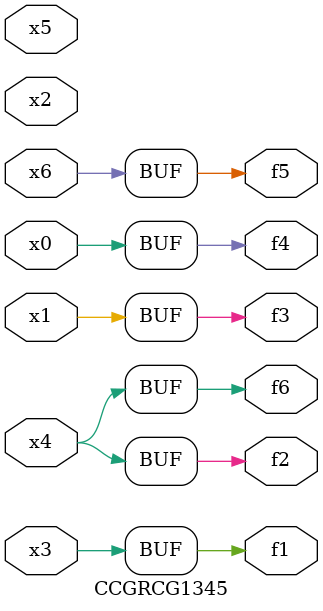
<source format=v>
module CCGRCG1345(
	input x0, x1, x2, x3, x4, x5, x6,
	output f1, f2, f3, f4, f5, f6
);
	assign f1 = x3;
	assign f2 = x4;
	assign f3 = x1;
	assign f4 = x0;
	assign f5 = x6;
	assign f6 = x4;
endmodule

</source>
